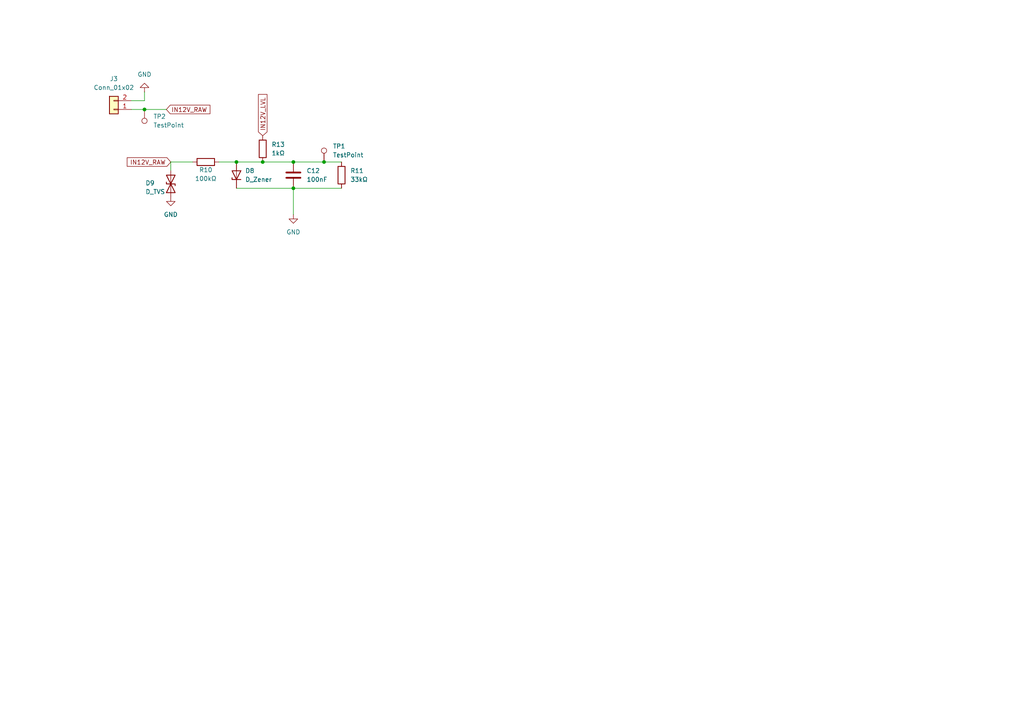
<source format=kicad_sch>
(kicad_sch (version 20250114) (generator "eeschema") (generator_version "9.0")
  (paper "A4")
  (lib_symbols
    (symbol "Connector:TestPoint" (pin_numbers (hide yes)) (pin_names (offset 0.762) (hide yes))
      (property "Reference" "TP" (at 0 6.858 0))
      (property "Value" "TestPoint" (at 0 5.08 0))
      (symbol "TestPoint_0_1"
        (circle (center 0 3.302) (radius 0.762))
      )
      (symbol "TestPoint_1_1"
        (pin passive line (at 0 0 90) (length 2.54) (name "1") (number "1"))
      )
    )
    (symbol "Connector_Generic:Conn_01x02" (pin_names (offset 1.016) (hide yes))
      (property "Reference" "J" (at 0 2.54 0))
      (property "Value" "Conn_01x02" (at 0 -5.08 0))
      (symbol "Conn_01x02_1_1"
        (rectangle (start -1.27 1.27) (end 1.27 -3.81) (stroke (width 0.254)) (fill (type background)))
        (rectangle (start -1.27 0.127) (end 0 -0.127) (stroke (width 0.1524)))
        (rectangle (start -1.27 -2.413) (end 0 -2.667) (stroke (width 0.1524)))
        (pin passive line (at -5.08 0 0) (length 3.81) (name "Pin_1") (number "1"))
        (pin passive line (at -5.08 -2.54 0) (length 3.81) (name "Pin_2") (number "2"))
      )
    )
    (symbol "Device:C" (pin_numbers (hide yes)) (pin_names (offset 0.254))
      (property "Reference" "C" (at 0.635 2.54 0))
      (property "Value" "C" (at 0.635 -2.54 0))
      (symbol "C_0_1"
        (polyline (pts (xy -2.032 0.762) (xy 2.032 0.762)) (stroke (width 0.508)))
        (polyline (pts (xy -2.032 -0.762) (xy 2.032 -0.762)) (stroke (width 0.508)))
      )
      (symbol "C_1_1"
        (pin passive line (at 0 3.81 270) (length 2.794) (name "~") (number "1"))
        (pin passive line (at 0 -3.81 90) (length 2.794) (name "~") (number "2"))
      )
    )
    (symbol "Device:D_TVS" (pin_numbers (hide yes)) (pin_names (offset 1.016) (hide yes))
      (property "Reference" "D" (at 0 2.54 0))
      (property "Value" "D_TVS" (at 0 -2.54 0))
      (symbol "D_TVS_0_1"
        (polyline (pts (xy -2.54 1.27) (xy -2.54 -1.27) (xy 2.54 1.27) (xy 2.54 -1.27) (xy -2.54 1.27)) (stroke (width 0.254)))
        (polyline (pts (xy 0.508 1.27) (xy 0 1.27) (xy 0 -1.27) (xy -0.508 -1.27)) (stroke (width 0.254)))
        (polyline (pts (xy 1.27 0) (xy -1.27 0)))
      )
      (symbol "D_TVS_1_1"
        (pin passive line (at -3.81 0 0) (length 2.54) (name "A1") (number "1"))
        (pin passive line (at 3.81 0 180) (length 2.54) (name "A2") (number "2"))
      )
    )
    (symbol "Device:D_Zener" (pin_numbers (hide yes)) (pin_names (offset 1.016) (hide yes))
      (property "Reference" "D" (at 0 2.54 0))
      (property "Value" "D_Zener" (at 0 -2.54 0))
      (symbol "D_Zener_0_1"
        (polyline (pts (xy -1.27 -1.27) (xy -1.27 1.27) (xy -0.762 1.27)) (stroke (width 0.254)))
        (polyline (pts (xy 1.27 0) (xy -1.27 0)))
        (polyline (pts (xy 1.27 -1.27) (xy 1.27 1.27) (xy -1.27 0) (xy 1.27 -1.27)) (stroke (width 0.254)))
      )
      (symbol "D_Zener_1_1"
        (pin passive line (at -3.81 0 0) (length 2.54) (name "K") (number "1"))
        (pin passive line (at 3.81 0 180) (length 2.54) (name "A") (number "2"))
      )
    )
    (symbol "Device:R" (pin_numbers (hide yes)) (pin_names (offset 0))
      (property "Reference" "R" (at 2.032 0 90))
      (property "Value" "R" (at 0 0 90))
      (symbol "R_0_1"
        (rectangle (start -1.016 -2.54) (end 1.016 2.54) (stroke (width 0.254)))
      )
      (symbol "R_1_1"
        (pin passive line (at 0 3.81 270) (length 1.27) (name "~") (number "1"))
        (pin passive line (at 0 -3.81 90) (length 1.27) (name "~") (number "2"))
      )
    )
    (symbol "power:GND" (power) (pin_numbers (hide yes)) (pin_names (offset 0) (hide yes))
      (property "Value" "GND" (at 0 -3.81 0))
      (symbol "GND_0_1"
        (polyline (pts (xy 0 0) (xy 0 -1.27) (xy 1.27 -1.27) (xy 0 -2.54) (xy -1.27 -1.27) (xy 0 -1.27)))
      )
      (symbol "GND_1_1"
        (pin power_in line (at 0 0 270) (length 0) (name "~") (number "1"))
      )
    )
  )
  (junction (at 76.2 46.99))
  (junction (at 85.09 46.99))
  (junction (at 93.98 46.99))
  (junction (at 41.91 31.75))
  (junction (at 85.09 54.61))
  (junction (at 68.58 46.99))
  (wire (pts (xy 49.53 46.99) (xy 55.88 46.99)))
  (wire (pts (xy 76.2 46.99) (xy 85.09 46.99)))
  (wire (pts (xy 38.1 29.21) (xy 41.91 29.21)))
  (wire (pts (xy 85.09 54.61) (xy 85.09 62.23)))
  (wire (pts (xy 68.58 46.99) (xy 76.2 46.99)))
  (wire (pts (xy 68.58 54.61) (xy 85.09 54.61)))
  (wire (pts (xy 63.5 46.99) (xy 68.58 46.99)))
  (wire (pts (xy 93.98 46.99) (xy 99.06 46.99)))
  (wire (pts (xy 48.26 31.75) (xy 41.91 31.75)))
  (wire (pts (xy 85.09 54.61) (xy 99.06 54.61)))
  (wire (pts (xy 41.91 31.75) (xy 38.1 31.75)))
  (wire (pts (xy 41.91 29.21) (xy 41.91 26.67)))
  (wire (pts (xy 85.09 46.99) (xy 93.98 46.99)))
  (wire (pts (xy 49.53 49.53) (xy 49.53 46.99)))
  (global_label "IN12V_LVL" (shape input) (at 76.2 39.37 90) (property "Intersheetrefs" "${INTERSHEET_REFS}" (effects (hide yes))))
  (global_label "IN12V_RAW" (shape input) (at 48.26 31.75 0) (property "Intersheetrefs" "${INTERSHEET_REFS}" (effects (hide yes))))
  (global_label "IN12V_RAW" (shape input) (at 49.53 46.99 180) (property "Intersheetrefs" "${INTERSHEET_REFS}" (effects (hide yes))))
  (symbol (lib_id "Connector:TestPoint") (at 93.98 46.99 0) (unit 1)
    (property "Reference" "TP1" (at 96.52 42.4179 0) (effects (justify left)))
    (property "Value" "TestPoint" (at 96.52 44.9579 0) (effects (justify left)))
    (property "Footprint" "TestPoint:TestPoint_Pad_1.5x1.5mm" (effects (hide yes)))
    (property "Description" "test point" (effects (hide yes)))
  )
  (symbol (lib_id "Device:R") (at 59.69 46.99 90) (unit 1)
    (property "Reference" "R10" (at 59.69 49.276 90))
    (property "Value" "100kΩ" (at 59.69 51.816 90))
    (property "Footprint" "Resistor_SMD:R_0805_2012Metric" (effects (hide yes)))
    (property "Description" "Resistor" (effects (hide yes)))
  )
  (symbol (lib_id "power:GND") (at 85.09 62.23 0) (unit 1)
    (property "Reference" "#PWR011" (effects (hide yes)))
    (property "Value" "GND" (at 85.09 67.31 0))
    (property "Description" "Power symbol creates a global label with name \"GND\" , ground" (effects (hide yes)))
  )
  (symbol (lib_id "Device:R") (at 76.2 43.18 0) (unit 1)
    (property "Reference" "R13" (at 78.74 41.9099 0) (effects (justify left)))
    (property "Value" "1kΩ" (at 78.74 44.4499 0) (effects (justify left)))
    (property "Footprint" "Resistor_SMD:R_0805_2012Metric" (effects (hide yes)))
    (property "Description" "Resistor" (effects (hide yes)))
  )
  (symbol (lib_id "Device:D_TVS") (at 49.53 53.34 90) (unit 1)
    (property "Reference" "D9" (at 42.164 53.086 90) (effects (justify right)))
    (property "Value" "D_TVS" (at 42.164 55.626 90) (effects (justify right)))
    (property "Footprint" "Diode_SMD:D_SMA" (effects (hide yes)))
    (property "Description" "Bidirectional transient-voltage-suppression diode" (effects (hide yes)))
  )
  (symbol (lib_id "power:GND") (at 41.91 26.67 180) (unit 1)
    (property "Reference" "#PWR013" (effects (hide yes)))
    (property "Value" "GND" (at 41.91 21.59 0))
    (property "Description" "Power symbol creates a global label with name \"GND\" , ground" (effects (hide yes)))
  )
  (symbol (lib_id "Connector_Generic:Conn_01x02") (at 33.02 31.75 180) (unit 1)
    (property "Reference" "J3" (at 33.02 22.86 0))
    (property "Value" "Conn_01x02" (at 33.02 25.4 0))
    (property "Footprint" "Connector_PinHeader_2.54mm:PinHeader_1x02_P2.54mm_Vertical" (effects (hide yes)))
    (property "Description" "Generic connector, single row, 01x02, script generated (kicad-library-utils/schlib/autogen/connector/)" (effects (hide yes)))
  )
  (symbol (lib_id "power:GND") (at 49.53 57.15 0) (unit 1)
    (property "Reference" "#PWR012" (effects (hide yes)))
    (property "Value" "GND" (at 49.53 62.23 0))
    (property "Description" "Power symbol creates a global label with name \"GND\" , ground" (effects (hide yes)))
  )
  (symbol (lib_id "Device:C") (at 85.09 50.8 0) (unit 1)
    (property "Reference" "C12" (at 88.9 49.5299 0) (effects (justify left)))
    (property "Value" "100nF" (at 88.9 52.0699 0) (effects (justify left)))
    (property "Footprint" "Capacitor_SMD:C_0805_2012Metric" (effects (hide yes)))
    (property "Description" "Unpolarized capacitor" (effects (hide yes)))
  )
  (symbol (lib_id "Device:D_Zener") (at 68.58 50.8 90) (unit 1)
    (property "Reference" "D8" (at 71.12 49.5299 90) (effects (justify right)))
    (property "Value" "D_Zener" (at 71.12 52.0699 90) (effects (justify right)))
    (property "Footprint" "Diode_SMD:D_SOD-123" (effects (hide yes)))
    (property "Description" "Zener diode" (effects (hide yes)))
  )
  (symbol (lib_id "Connector:TestPoint") (at 41.91 31.75 180) (unit 1)
    (property "Reference" "TP2" (at 44.45 33.7819 0) (effects (justify right)))
    (property "Value" "TestPoint" (at 44.45 36.3219 0) (effects (justify right)))
    (property "Footprint" "TestPoint:TestPoint_Pad_1.5x1.5mm" (effects (hide yes)))
    (property "Description" "test point" (effects (hide yes)))
  )
  (symbol (lib_id "Device:R") (at 99.06 50.8 0) (unit 1)
    (property "Reference" "R11" (at 101.6 49.5299 0) (effects (justify left)))
    (property "Value" "33kΩ" (at 101.6 52.0699 0) (effects (justify left)))
    (property "Footprint" "Resistor_SMD:R_0805_2012Metric" (effects (hide yes)))
    (property "Description" "Resistor" (effects (hide yes)))
  )
)
</source>
